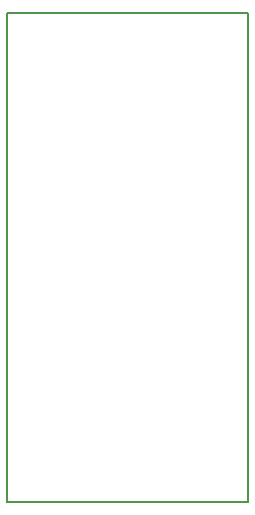
<source format=gm1>
G04 #@! TF.FileFunction,Profile,NP*
%FSLAX46Y46*%
G04 Gerber Fmt 4.6, Leading zero omitted, Abs format (unit mm)*
G04 Created by KiCad (PCBNEW 4.0.6+dfsg1-1) date Thu Mar 15 12:52:20 2018*
%MOMM*%
%LPD*%
G01*
G04 APERTURE LIST*
%ADD10C,0.100000*%
%ADD11C,0.150000*%
G04 APERTURE END LIST*
D10*
D11*
X148400000Y-105200000D02*
X148600000Y-105200000D01*
X148400000Y-63800000D02*
X148400000Y-105200000D01*
X168800000Y-63800000D02*
X148400000Y-63800000D01*
X168800000Y-105200000D02*
X168800000Y-63800000D01*
X148600000Y-105200000D02*
X168800000Y-105200000D01*
M02*

</source>
